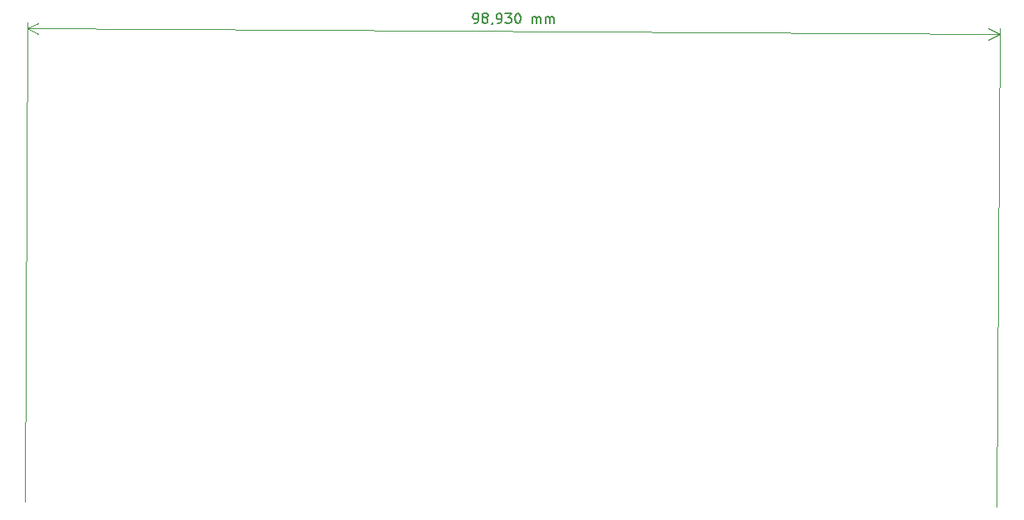
<source format=gbr>
G04 #@! TF.GenerationSoftware,KiCad,Pcbnew,(5.1.2-1)-1*
G04 #@! TF.CreationDate,2023-04-27T09:28:53+02:00*
G04 #@! TF.ProjectId,vco,76636f2e-6b69-4636-9164-5f7063625858,rev?*
G04 #@! TF.SameCoordinates,Original*
G04 #@! TF.FileFunction,Legend,Bot*
G04 #@! TF.FilePolarity,Positive*
%FSLAX46Y46*%
G04 Gerber Fmt 4.6, Leading zero omitted, Abs format (unit mm)*
G04 Created by KiCad (PCBNEW (5.1.2-1)-1) date 2023-04-27 09:28:53*
%MOMM*%
%LPD*%
G04 APERTURE LIST*
%ADD10C,0.150000*%
%ADD11C,0.120000*%
G04 APERTURE END LIST*
D10*
X47768780Y50534292D02*
X47959254Y50533264D01*
X48054747Y50580368D01*
X48102623Y50627729D01*
X48198631Y50770070D01*
X48247277Y50960286D01*
X48249334Y51341233D01*
X48202230Y51436727D01*
X48154869Y51484602D01*
X48059889Y51532735D01*
X47869416Y51533763D01*
X47773922Y51486659D01*
X47726046Y51439298D01*
X47677914Y51344318D01*
X47676628Y51106226D01*
X47723733Y51010733D01*
X47771094Y50962857D01*
X47866074Y50914725D01*
X48056547Y50913696D01*
X48152041Y50960801D01*
X48199916Y51008162D01*
X48248049Y51103141D01*
X48819469Y51100056D02*
X48724489Y51148189D01*
X48677128Y51196064D01*
X48630024Y51291558D01*
X48630281Y51339177D01*
X48678413Y51434156D01*
X48726289Y51481517D01*
X48821783Y51528622D01*
X49012256Y51527593D01*
X49107236Y51479461D01*
X49154597Y51431585D01*
X49201701Y51336092D01*
X49201444Y51288473D01*
X49153312Y51193494D01*
X49105436Y51146132D01*
X49009942Y51099028D01*
X48819469Y51100056D01*
X48723975Y51052952D01*
X48676100Y51005591D01*
X48627967Y50910611D01*
X48626939Y50720138D01*
X48674043Y50624644D01*
X48721404Y50576769D01*
X48816384Y50528636D01*
X49006857Y50527608D01*
X49102351Y50574712D01*
X49150227Y50622073D01*
X49198359Y50717053D01*
X49199387Y50907526D01*
X49152283Y51003020D01*
X49104922Y51050896D01*
X49009942Y51099028D01*
X49673771Y50571627D02*
X49673514Y50524009D01*
X49625382Y50429029D01*
X49577506Y50381668D01*
X50149698Y50521438D02*
X50340171Y50520410D01*
X50435665Y50567514D01*
X50483540Y50614875D01*
X50579548Y50757216D01*
X50628195Y50947432D01*
X50630252Y51328379D01*
X50583148Y51423873D01*
X50535786Y51471748D01*
X50440807Y51519881D01*
X50250333Y51520909D01*
X50154839Y51473805D01*
X50106964Y51426444D01*
X50058832Y51331464D01*
X50057546Y51093372D01*
X50104650Y50997879D01*
X50152012Y50950003D01*
X50246991Y50901871D01*
X50437465Y50900842D01*
X50532958Y50947946D01*
X50580834Y50995308D01*
X50628966Y51090287D01*
X50964609Y51517053D02*
X51583647Y51513711D01*
X51248262Y51134564D01*
X51391117Y51133792D01*
X51486097Y51085660D01*
X51533458Y51037785D01*
X51580562Y50942291D01*
X51579277Y50704199D01*
X51531144Y50609219D01*
X51483269Y50561858D01*
X51387775Y50514754D01*
X51102065Y50516296D01*
X51007085Y50564429D01*
X50959724Y50612304D01*
X52202686Y51510369D02*
X52297922Y51509855D01*
X52392902Y51461722D01*
X52440263Y51413847D01*
X52487368Y51318353D01*
X52533958Y51127623D01*
X52532672Y50889531D01*
X52484026Y50699314D01*
X52435893Y50604335D01*
X52388018Y50556974D01*
X52292524Y50509869D01*
X52197287Y50510383D01*
X52102307Y50558516D01*
X52054946Y50606391D01*
X52007842Y50701885D01*
X51961252Y50892616D01*
X51962537Y51130707D01*
X52011184Y51320924D01*
X52059317Y51415903D01*
X52107192Y51463265D01*
X52202686Y51510369D01*
X53721074Y50502157D02*
X53724674Y51168814D01*
X53724159Y51073577D02*
X53772035Y51120938D01*
X53867529Y51168043D01*
X54010384Y51167271D01*
X54105363Y51119139D01*
X54152467Y51023645D01*
X54149640Y50499843D01*
X54152467Y51023645D02*
X54200600Y51118625D01*
X54296094Y51165729D01*
X54438949Y51164958D01*
X54533928Y51116825D01*
X54581033Y51021331D01*
X54578205Y50497529D01*
X55054388Y50494959D02*
X55057987Y51161616D01*
X55057473Y51066379D02*
X55105349Y51113740D01*
X55200842Y51160844D01*
X55343698Y51160073D01*
X55438677Y51111941D01*
X55485781Y51016447D01*
X55482953Y50492645D01*
X55485781Y51016447D02*
X55533914Y51111426D01*
X55629408Y51158531D01*
X55772263Y51157759D01*
X55867242Y51109627D01*
X55914347Y51014133D01*
X55911519Y50490331D01*
D11*
X2347650Y49961880D02*
X101276204Y49427788D01*
X2087246Y1727892D02*
X2350816Y50548292D01*
X101015800Y1193800D02*
X101279370Y50014200D01*
X101276204Y49427788D02*
X100146551Y48847457D01*
X101276204Y49427788D02*
X100152883Y50020282D01*
X2347650Y49961880D02*
X3470971Y49369386D01*
X2347650Y49961880D02*
X3477303Y50542211D01*
M02*

</source>
